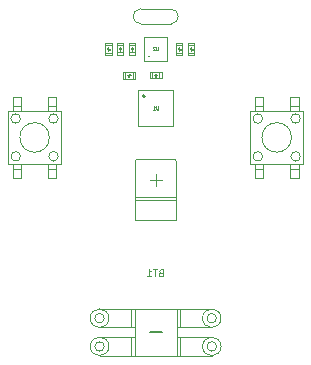
<source format=gbr>
%TF.GenerationSoftware,KiCad,Pcbnew,(6.0.4-0)*%
%TF.CreationDate,2022-05-06T03:23:40+03:00*%
%TF.ProjectId,Flux_Capacitor_Mini,466c7578-5f43-4617-9061-6369746f725f,4*%
%TF.SameCoordinates,PX55d4a80PY7270e00*%
%TF.FileFunction,AssemblyDrawing,Bot*%
%FSLAX46Y46*%
G04 Gerber Fmt 4.6, Leading zero omitted, Abs format (unit mm)*
G04 Created by KiCad (PCBNEW (6.0.4-0)) date 2022-05-06 03:23:40*
%MOMM*%
%LPD*%
G01*
G04 APERTURE LIST*
%ADD10C,0.050000*%
%ADD11C,0.100000*%
%ADD12C,0.200000*%
%ADD13C,0.150000*%
%ADD14C,0.070000*%
G04 APERTURE END LIST*
D10*
X93728571Y35164286D02*
X93728571Y34921429D01*
X93714285Y34892858D01*
X93700000Y34878572D01*
X93671428Y34864286D01*
X93614285Y34864286D01*
X93585714Y34878572D01*
X93571428Y34892858D01*
X93557142Y34921429D01*
X93557142Y35164286D01*
X93257142Y34864286D02*
X93428571Y34864286D01*
X93342857Y34864286D02*
X93342857Y35164286D01*
X93371428Y35121429D01*
X93400000Y35092858D01*
X93428571Y35078572D01*
D11*
X93921428Y21042858D02*
X93835714Y21014286D01*
X93807142Y20985715D01*
X93778571Y20928572D01*
X93778571Y20842858D01*
X93807142Y20785715D01*
X93835714Y20757143D01*
X93892857Y20728572D01*
X94121428Y20728572D01*
X94121428Y21328572D01*
X93921428Y21328572D01*
X93864285Y21300000D01*
X93835714Y21271429D01*
X93807142Y21214286D01*
X93807142Y21157143D01*
X93835714Y21100000D01*
X93864285Y21071429D01*
X93921428Y21042858D01*
X94121428Y21042858D01*
X93607142Y21328572D02*
X93264285Y21328572D01*
X93435714Y20728572D02*
X93435714Y21328572D01*
X92750000Y20728572D02*
X93092857Y20728572D01*
X92921428Y20728572D02*
X92921428Y21328572D01*
X92978571Y21242858D01*
X93035714Y21185715D01*
X93092857Y21157143D01*
D10*
X93728571Y40164286D02*
X93728571Y39921429D01*
X93714285Y39892858D01*
X93700000Y39878572D01*
X93671428Y39864286D01*
X93614285Y39864286D01*
X93585714Y39878572D01*
X93571428Y39892858D01*
X93557142Y39921429D01*
X93557142Y40164286D01*
X93428571Y40135715D02*
X93414285Y40150000D01*
X93385714Y40164286D01*
X93314285Y40164286D01*
X93285714Y40150000D01*
X93271428Y40135715D01*
X93257142Y40107143D01*
X93257142Y40078572D01*
X93271428Y40035715D01*
X93442857Y39864286D01*
X93257142Y39864286D01*
D11*
X95000000Y36500000D02*
X92000000Y36500000D01*
X95000000Y33500000D02*
X95000000Y36500000D01*
X92000000Y33500000D02*
X95000000Y33500000D01*
X92000000Y36500000D02*
X92000000Y33500000D01*
D12*
X92600000Y36000000D02*
G75*
G03*
X92600000Y36000000I-100000J0D01*
G01*
D11*
X98250000Y15590000D02*
X95280000Y15590000D01*
D13*
X94000000Y16000000D02*
X93000000Y16000000D01*
D11*
X98250000Y16410000D02*
X95280000Y16410000D01*
X88750000Y17980000D02*
X91720000Y17980000D01*
X88750000Y16410000D02*
X91720000Y16410000D01*
X93500000Y29410000D02*
X93500000Y28410000D01*
X91720000Y17980000D02*
X91720000Y14020000D01*
X95280000Y17980000D02*
X95280000Y14020000D01*
X94000000Y28910000D02*
X93000000Y28910000D01*
X95280000Y17980000D02*
X91720000Y17980000D01*
X88750000Y14020000D02*
X91720000Y14020000D01*
X91450000Y15555000D02*
X91450000Y14055000D01*
X88750000Y15590000D02*
X91720000Y15590000D01*
X95550000Y16445000D02*
X95550000Y17945000D01*
X91450000Y17945000D02*
X91450000Y16445000D01*
X98250000Y17980000D02*
X95280000Y17980000D01*
X95255000Y27450000D02*
X91755000Y27450000D01*
X95550000Y14055000D02*
X95550000Y15555000D01*
X95280000Y14020000D02*
X91720000Y14020000D01*
X95105000Y30650000D02*
X91895000Y30650000D01*
X98250000Y14020000D02*
X95280000Y14020000D01*
X95255000Y27170000D02*
X95255000Y30500000D01*
X91745000Y30500000D02*
X91745000Y27170000D01*
X95255000Y27170000D02*
X91745000Y27170000D01*
X91745000Y27170000D02*
X91745000Y25470000D01*
X91745000Y25470000D02*
X95255000Y25470000D01*
X95255000Y25470000D02*
X95255000Y27170000D01*
X91895000Y30650000D02*
G75*
G03*
X91745000Y30500000I0J-150000D01*
G01*
X95255000Y30500000D02*
G75*
G03*
X95105000Y30650000I-150000J0D01*
G01*
X89150000Y17195000D02*
G75*
G03*
X89150000Y17195000I-400000J0D01*
G01*
X98650000Y14805000D02*
G75*
G03*
X98650000Y14805000I-400000J0D01*
G01*
X98650000Y17195000D02*
G75*
G03*
X98650000Y17195000I-400000J0D01*
G01*
X89535000Y17195000D02*
G75*
G03*
X89535000Y17195000I-785000J0D01*
G01*
X99035000Y14805000D02*
G75*
G03*
X99035000Y14805000I-785000J0D01*
G01*
X89150000Y14805000D02*
G75*
G03*
X89150000Y14805000I-400000J0D01*
G01*
X99035000Y17195000D02*
G75*
G03*
X99035000Y17195000I-785000J0D01*
G01*
X89535000Y14805000D02*
G75*
G03*
X89535000Y14805000I-785000J0D01*
G01*
X91750000Y39500000D02*
X91750000Y40500000D01*
D14*
X91500000Y40050000D02*
X91500000Y40150000D01*
X91500000Y39850000D02*
X91500000Y39950000D01*
D11*
X91250000Y39500000D02*
X91750000Y39500000D01*
X91250000Y40500000D02*
X91250000Y39500000D01*
D14*
X91600000Y39950000D02*
X91400000Y39950000D01*
D11*
X91750000Y39700000D02*
X91250000Y39700000D01*
D14*
X91600000Y40050000D02*
X91400000Y40050000D01*
D11*
X91750000Y40300000D02*
X91250000Y40300000D01*
X91750000Y40500000D02*
X91250000Y40500000D01*
X94770000Y42115000D02*
X92230000Y42115000D01*
X92230000Y43385000D02*
X94770000Y43385000D01*
X94770000Y42115000D02*
G75*
G03*
X94770000Y43385000I0J635000D01*
G01*
X92230000Y43385000D02*
G75*
G03*
X92230000Y42115000I0J-635000D01*
G01*
D10*
X89625000Y39925000D02*
X89375000Y39975000D01*
X89625000Y40025000D02*
X89375000Y40075000D01*
D11*
X89230000Y40525000D02*
X89230000Y39475000D01*
D10*
X89500000Y40175000D02*
X89500000Y40125000D01*
X89625000Y39925000D02*
X89500000Y39875000D01*
D11*
X89230000Y39475000D02*
X89770000Y39475000D01*
X89770000Y40310000D02*
X89230000Y40310000D01*
D10*
X89625000Y40025000D02*
X89375000Y39975000D01*
D11*
X89770000Y39475000D02*
X89770000Y40525000D01*
X89770000Y39690000D02*
X89230000Y39690000D01*
D10*
X89500000Y40125000D02*
X89375000Y40075000D01*
X89500000Y39875000D02*
X89500000Y39825000D01*
D11*
X89770000Y40525000D02*
X89230000Y40525000D01*
D10*
X91325000Y37875000D02*
X91275000Y37625000D01*
X91225000Y37875000D02*
X91175000Y37625000D01*
X91125000Y37750000D02*
X91175000Y37625000D01*
X91225000Y37875000D02*
X91275000Y37625000D01*
X91075000Y37750000D02*
X91125000Y37750000D01*
D11*
X90725000Y38020000D02*
X90725000Y37480000D01*
X91775000Y38020000D02*
X90725000Y38020000D01*
D10*
X91325000Y37875000D02*
X91375000Y37750000D01*
D11*
X90725000Y37480000D02*
X91775000Y37480000D01*
X90940000Y38020000D02*
X90940000Y37480000D01*
X91775000Y37480000D02*
X91775000Y38020000D01*
X91560000Y38020000D02*
X91560000Y37480000D01*
D10*
X91375000Y37750000D02*
X91425000Y37750000D01*
D11*
X94500000Y39000000D02*
X94500000Y41000000D01*
X92500000Y41000000D02*
X92500000Y39000000D01*
X92500000Y39000000D02*
X94500000Y39000000D01*
X94500000Y41000000D02*
X92500000Y41000000D01*
D12*
X92900000Y39350000D02*
G75*
G03*
X92900000Y39350000I-50000J0D01*
G01*
D11*
X96230000Y39475000D02*
X96770000Y39475000D01*
X96770000Y40310000D02*
X96230000Y40310000D01*
D10*
X96625000Y39925000D02*
X96375000Y39975000D01*
X96625000Y40025000D02*
X96375000Y40075000D01*
X96500000Y40125000D02*
X96375000Y40075000D01*
X96500000Y39875000D02*
X96500000Y39825000D01*
D11*
X96770000Y39690000D02*
X96230000Y39690000D01*
D10*
X96625000Y40025000D02*
X96375000Y39975000D01*
D11*
X96230000Y40525000D02*
X96230000Y39475000D01*
X96770000Y39475000D02*
X96770000Y40525000D01*
D10*
X96625000Y39925000D02*
X96500000Y39875000D01*
D11*
X96770000Y40525000D02*
X96230000Y40525000D01*
D10*
X96500000Y40175000D02*
X96500000Y40125000D01*
D11*
X90250000Y40500000D02*
X90250000Y39500000D01*
X90250000Y39500000D02*
X90750000Y39500000D01*
X90750000Y40300000D02*
X90250000Y40300000D01*
D14*
X90600000Y39950000D02*
X90400000Y39950000D01*
X90600000Y40050000D02*
X90400000Y40050000D01*
X90500000Y39850000D02*
X90500000Y39950000D01*
X90500000Y40050000D02*
X90500000Y40150000D01*
D11*
X90750000Y39500000D02*
X90750000Y40500000D01*
X90750000Y39700000D02*
X90250000Y39700000D01*
X90750000Y40500000D02*
X90250000Y40500000D01*
X93000000Y38000000D02*
X93000000Y37500000D01*
X94000000Y38000000D02*
X93000000Y38000000D01*
X93000000Y37500000D02*
X94000000Y37500000D01*
X94000000Y37500000D02*
X94000000Y38000000D01*
D14*
X93450000Y37850000D02*
X93450000Y37650000D01*
D11*
X93200000Y38000000D02*
X93200000Y37500000D01*
X93800000Y38000000D02*
X93800000Y37500000D01*
D14*
X93650000Y37750000D02*
X93550000Y37750000D01*
X93550000Y37850000D02*
X93550000Y37650000D01*
X93450000Y37750000D02*
X93350000Y37750000D01*
D11*
X104900000Y35900000D02*
X104900000Y34750000D01*
X102600000Y35150000D02*
X101900000Y35150000D01*
X105600000Y29100000D02*
X105600000Y30250000D01*
X102600000Y34750000D02*
X102600000Y35900000D01*
X104900000Y30250000D02*
X104900000Y29100000D01*
X102600000Y29100000D02*
X102600000Y30250000D01*
X101900000Y29850000D02*
X102600000Y29850000D01*
X101900000Y29100000D02*
X102600000Y29100000D01*
X101900000Y30250000D02*
X101900000Y29100000D01*
X104900000Y29850000D02*
X105600000Y29850000D01*
X106000000Y30250000D02*
X106000000Y34750000D01*
X101500000Y30250000D02*
X106000000Y30250000D01*
X105600000Y34750000D02*
X105600000Y35900000D01*
X105600000Y35900000D02*
X104900000Y35900000D01*
X101900000Y35900000D02*
X101900000Y34750000D01*
X102600000Y35900000D02*
X101900000Y35900000D01*
X106000000Y34750000D02*
X101500000Y34750000D01*
X105600000Y35150000D02*
X104900000Y35150000D01*
X104900000Y29100000D02*
X105600000Y29100000D01*
X101500000Y34750000D02*
X101500000Y30250000D01*
X105000000Y32500000D02*
G75*
G03*
X105000000Y32500000I-1250000J0D01*
G01*
X102550000Y34100000D02*
G75*
G03*
X102550000Y34100000I-400000J0D01*
G01*
X105750000Y34100000D02*
G75*
G03*
X105750000Y34100000I-400000J0D01*
G01*
X102550000Y30900000D02*
G75*
G03*
X102550000Y30900000I-400000J0D01*
G01*
X105750000Y30900000D02*
G75*
G03*
X105750000Y30900000I-400000J0D01*
G01*
D10*
X95625000Y40025000D02*
X95375000Y40075000D01*
D11*
X95770000Y39690000D02*
X95230000Y39690000D01*
X95230000Y40525000D02*
X95230000Y39475000D01*
X95230000Y39475000D02*
X95770000Y39475000D01*
D10*
X95500000Y40175000D02*
X95500000Y40125000D01*
X95625000Y40025000D02*
X95375000Y39975000D01*
X95625000Y39925000D02*
X95500000Y39875000D01*
X95625000Y39925000D02*
X95375000Y39975000D01*
D11*
X95770000Y40310000D02*
X95230000Y40310000D01*
X95770000Y40525000D02*
X95230000Y40525000D01*
X95770000Y39475000D02*
X95770000Y40525000D01*
D10*
X95500000Y39875000D02*
X95500000Y39825000D01*
X95500000Y40125000D02*
X95375000Y40075000D01*
D11*
X85500000Y30250000D02*
X85500000Y34750000D01*
X85100000Y29100000D02*
X85100000Y30250000D01*
X81000000Y34750000D02*
X81000000Y30250000D01*
X82100000Y35900000D02*
X81400000Y35900000D01*
X81400000Y30250000D02*
X81400000Y29100000D01*
X81400000Y29100000D02*
X82100000Y29100000D01*
X82100000Y35150000D02*
X81400000Y35150000D01*
X81000000Y30250000D02*
X85500000Y30250000D01*
X82100000Y34750000D02*
X82100000Y35900000D01*
X84400000Y35900000D02*
X84400000Y34750000D01*
X81400000Y35900000D02*
X81400000Y34750000D01*
X84400000Y30250000D02*
X84400000Y29100000D01*
X85100000Y35150000D02*
X84400000Y35150000D01*
X85500000Y34750000D02*
X81000000Y34750000D01*
X85100000Y34750000D02*
X85100000Y35900000D01*
X82100000Y29100000D02*
X82100000Y30250000D01*
X84400000Y29850000D02*
X85100000Y29850000D01*
X81400000Y29850000D02*
X82100000Y29850000D01*
X84400000Y29100000D02*
X85100000Y29100000D01*
X85100000Y35900000D02*
X84400000Y35900000D01*
X82050000Y30900000D02*
G75*
G03*
X82050000Y30900000I-400000J0D01*
G01*
X84500000Y32500000D02*
G75*
G03*
X84500000Y32500000I-1250000J0D01*
G01*
X85250000Y30900000D02*
G75*
G03*
X85250000Y30900000I-400000J0D01*
G01*
X85250000Y34100000D02*
G75*
G03*
X85250000Y34100000I-400000J0D01*
G01*
X82050000Y34100000D02*
G75*
G03*
X82050000Y34100000I-400000J0D01*
G01*
M02*

</source>
